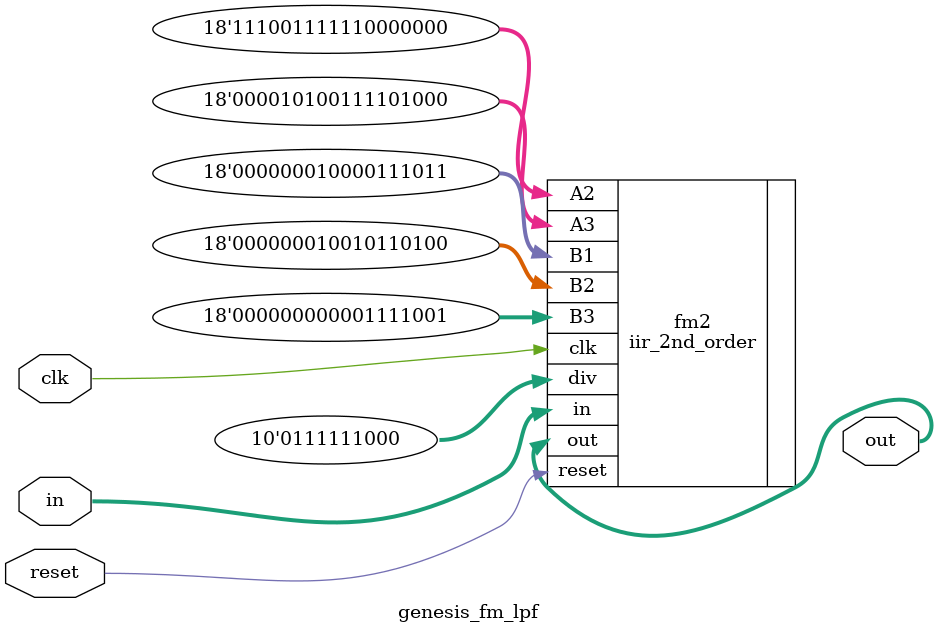
<source format=v>

/*MIT License

Copyright (c) 2019 Gregory Hogan (Soltan_G42)

Permission is hereby granted, free of charge, to any person obtaining a copy
of this software and associated documentation files (the "Software"), to deal
in the Software without restriction, including without limitation the rights
to use, copy, modify, merge, publish, distribute, sublicense, and/or sell
copies of the Software, and to permit persons to whom the Software is
furnished to do so, subject to the following conditions:

The above copyright notice and this permission notice shall be included in all
copies or substantial portions of the Software.

THE SOFTWARE IS PROVIDED "AS IS", WITHOUT WARRANTY OF ANY KIND, EXPRESS OR
IMPLIED, INCLUDING BUT NOT LIMITED TO THE WARRANTIES OF MERCHANTABILITY,
FITNESS FOR A PARTICULAR PURPOSE AND NONINFRINGEMENT. IN NO EVENT SHALL THE
AUTHORS OR COPYRIGHT HOLDERS BE LIABLE FOR ANY CLAIM, DAMAGES OR OTHER
LIABILITY, WHETHER IN AN ACTION OF CONTRACT, TORT OR OTHERWISE, ARISING FROM,
OUT OF OR IN CONNECTION WITH THE SOFTWARE OR THE USE OR OTHER DEALINGS IN THE
SOFTWARE.*/

// This module is intended to be used from system.sv to low pass Genesis audio.
// Both Model 1 and Model 2 Genesis models have a global 1st order low-pass
// audio filter. The model 2 has an addition 2nd order low-pass for FM audio

module genesis_lpf(
	input clk,
	input reset,
	input [1:0] lpf_mode,
   input signed [15:0] in,
   output signed [15:0] out);
	
	reg [9:0] div = 504; //For genesis we'll sample at 53.69mhz/504 = 106528 Hz
	
	//Coefficients computed with Octave/Matlab/Online filter calculators.
	//or with scipy.signal.bessel or similar tools
	reg signed [17:0] A2;
	reg signed [17:0] B2;
	reg signed [17:0] B1;
	
	wire signed [15:0] audio_post_lpf1;
		
	always @ (*) begin
		case(lpf_mode[1:0])
			2'b00 : begin //Model 1 Low Pass at 3.1khz with adjusted slope
				A2 = -18'd27504;
				B1 =  18'd10528;
				B2 = -18'd5264;
			end
			2'b01 : begin  //model 2 is measured around 3.96khz
				A2 = -18'sd26328;
				B1 =  18'sd12888;
				B2 = -18'sd6440;
			end
			2'b10  : begin  //8.5khz low pass as a "Minimal" filter.
				A2 = -18'd19088;
				B1 =  18'd6840;
				B2 =  18'd6840;
			end
			default: begin //Space for a 4th filter. This filter is not used
				A2 = -18'sd32768; 
				B1 =  18'sd0; 
				B2 =  18'sd0;
			end
		endcase
	end
	
	iir_1st_order lpf6db(.clk(clk),
								.reset(reset),
								.div(div),
								.A2(A2),
								.B1(B1),
								.B2(B2),
								.in(in),
								.out(audio_post_lpf1)); 
	 
	assign out = ( lpf_mode[1:0] == 2'b11 ) ? in : audio_post_lpf1;

endmodule //genesis_lpf

//This module is intended to be used from system.sv to filter the FM sound before it's mixed with PSG.
//The model 2 genesis has such a filter. The model 1 has only a global low-pass 
module genesis_fm_lpf(
	input clk,
	input reset,
   input signed [15:0] in,
   output signed [15:0] out);

	wire signed [15:0] middle;
	 
	iir_2nd_order fm2(.clk(clk),
							.reset(reset),
							.div(10'd504), //Divider for 106528hz
							.A2(-18'sd24704),
							.A3(18'sd10728),
							.B1(18'sd1083),
							.B2(18'sd1204),
							.B3(18'sd121),
							.in(in),
						.out(out));
endmodule //genesis_fm_lpf
</source>
